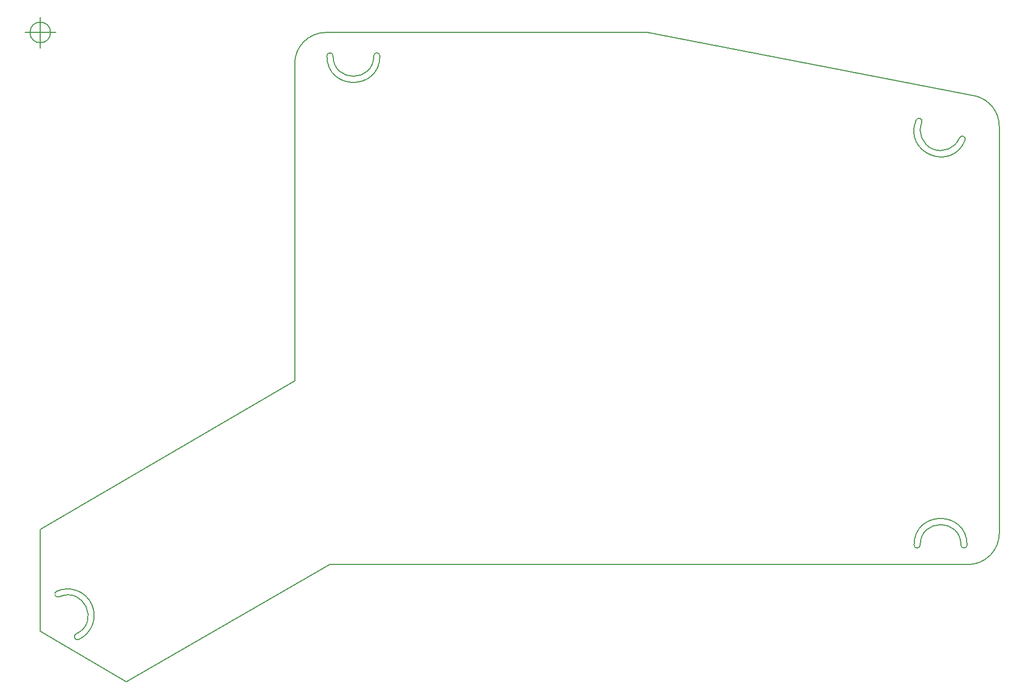
<source format=gm1>
G04 #@! TF.GenerationSoftware,KiCad,Pcbnew,5.1.5+dfsg1-2build2*
G04 #@! TF.CreationDate,2020-09-19T22:34:38+09:00*
G04 #@! TF.ProjectId,toppcb,746f7070-6362-42e6-9b69-6361645f7063,rev?*
G04 #@! TF.SameCoordinates,Original*
G04 #@! TF.FileFunction,Profile,NP*
%FSLAX46Y46*%
G04 Gerber Fmt 4.6, Leading zero omitted, Abs format (unit mm)*
G04 Created by KiCad (PCBNEW 5.1.5+dfsg1-2build2) date 2020-09-19 22:34:38*
%MOMM*%
%LPD*%
G04 APERTURE LIST*
%ADD10C,0.200000*%
%ADD11C,0.150000*%
G04 APERTURE END LIST*
D10*
X161165687Y-29198297D02*
G75*
G02X155064313Y-26681703I-3050687J1258297D01*
G01*
X154139861Y-26300401D02*
G75*
G02X155064313Y-26681703I462226J-190651D01*
G01*
X66164999Y-15875000D02*
G75*
G02X67164999Y-15875000I500000J0D01*
G01*
X162415000Y-95250000D02*
G75*
G02X161415000Y-95250000I-500000J0D01*
G01*
X153815000Y-95250000D02*
G75*
G02X162415000Y-95250000I4300000J0D01*
G01*
X162090138Y-29579599D02*
G75*
G02X154139862Y-26300401I-3975138J1639599D01*
G01*
X18300431Y-110589520D02*
G75*
G02X17884051Y-109680330I-208190J454595D01*
G01*
X14719570Y-102770479D02*
G75*
G02X18300430Y-110589521I1790430J-3909521D01*
G01*
X66165000Y-15875000D02*
G75*
G02X59565000Y-15875000I-3300000J0D01*
G01*
X15135947Y-103679670D02*
G75*
G02X14719569Y-102770478I-208189J454596D01*
G01*
X15135949Y-103679670D02*
G75*
G02X17884051Y-109680330I1374051J-3000330D01*
G01*
X67165000Y-15875000D02*
G75*
G02X58565000Y-15875000I-4300000J0D01*
G01*
X58565000Y-15875000D02*
G75*
G02X59565000Y-15875000I500000J0D01*
G01*
X154815000Y-95250000D02*
G75*
G02X153815000Y-95250000I-500000J0D01*
G01*
X154815000Y-95250000D02*
G75*
G02X161415000Y-95250000I3300000J0D01*
G01*
X161165687Y-29198296D02*
G75*
G02X162090137Y-29579598I462225J-190651D01*
G01*
D11*
X13731666Y-12065000D02*
G75*
G03X13731666Y-12065000I-1666666J0D01*
G01*
X9565000Y-12065000D02*
X14565000Y-12065000D01*
X12065000Y-9565000D02*
X12065000Y-14565000D01*
X53340000Y-68580000D02*
X53340000Y-17145000D01*
X12065000Y-92710000D02*
X53340000Y-68580000D01*
X53340000Y-17145000D02*
G75*
G02X58420000Y-12065000I5080000J0D01*
G01*
X13731666Y-12065000D02*
G75*
G03X13731666Y-12065000I-1666666J0D01*
G01*
X9565000Y-12065000D02*
X14565000Y-12065000D01*
X12065000Y-9565000D02*
X12065000Y-14565000D01*
X26035000Y-117475000D02*
X12065000Y-109220000D01*
X163801099Y-22378939D02*
G75*
G02X167640000Y-27305000I-1241099J-4926061D01*
G01*
X167640000Y-93345000D02*
G75*
G02X162560000Y-98425000I-5080000J0D01*
G01*
X12065000Y-109220000D02*
X12065000Y-92710000D01*
X59055000Y-98425000D02*
X26035000Y-117475000D01*
X162560000Y-98425000D02*
X59055000Y-98425000D01*
X167640000Y-27305000D02*
X167640000Y-93345000D01*
X110490000Y-12065000D02*
X163801099Y-22378939D01*
X58420000Y-12065000D02*
X110490000Y-12065000D01*
M02*

</source>
